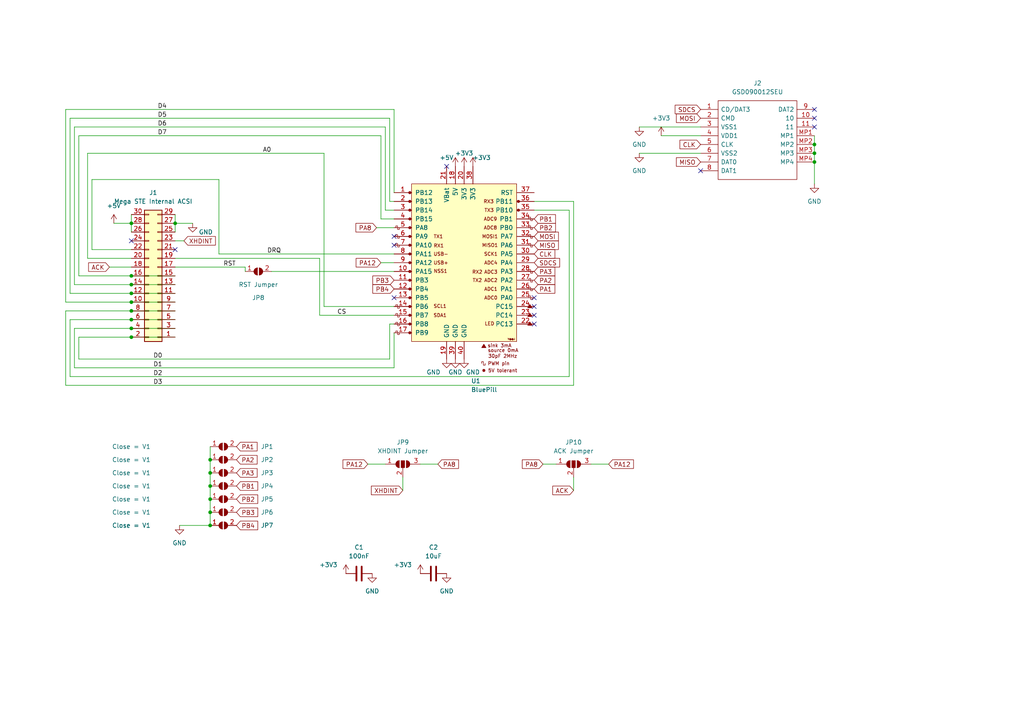
<source format=kicad_sch>
(kicad_sch (version 20211123) (generator eeschema)
  (paper "A4")
  (title_block (title "Atari Mega STE ACSI2STM Internal adapter") (date "2022-01-17") (rev "1.1") (company "SOJAVA"))
  (lib_symbols
    (symbol "Connector_Generic:Conn_02x15_Odd_Even" (pin_names (offset 1.016) hide)
      (property "Reference" "J" (at 1.27 20.32 0))
      (property "Value" "Conn_02x15_Odd_Even" (at 1.27 -20.32 0))
      (symbol "Conn_02x15_Odd_Even_1_1"
        (rectangle (start -1.27 -17.653) (end 0 -17.907) (stroke (width 0.1524)))
        (rectangle (start -1.27 -15.113) (end 0 -15.367) (stroke (width 0.1524)))
        (rectangle (start -1.27 -12.573) (end 0 -12.827) (stroke (width 0.1524)))
        (rectangle (start -1.27 -10.033) (end 0 -10.287) (stroke (width 0.1524)))
        (rectangle (start -1.27 -7.493) (end 0 -7.747) (stroke (width 0.1524)))
        (rectangle (start -1.27 -4.953) (end 0 -5.207) (stroke (width 0.1524)))
        (rectangle (start -1.27 -2.413) (end 0 -2.667) (stroke (width 0.1524)))
        (rectangle (start -1.27 0.127) (end 0 -0.127) (stroke (width 0.1524)))
        (rectangle (start -1.27 2.667) (end 0 2.413) (stroke (width 0.1524)))
        (rectangle (start -1.27 5.207) (end 0 4.953) (stroke (width 0.1524)))
        (rectangle (start -1.27 7.747) (end 0 7.493) (stroke (width 0.1524)))
        (rectangle (start -1.27 10.287) (end 0 10.033) (stroke (width 0.1524)))
        (rectangle (start -1.27 12.827) (end 0 12.573) (stroke (width 0.1524)))
        (rectangle (start -1.27 15.367) (end 0 15.113) (stroke (width 0.1524)))
        (rectangle (start -1.27 17.907) (end 0 17.653) (stroke (width 0.1524)))
        (rectangle (start -1.27 19.05) (end 3.81 -19.05) (stroke (width 0.254)) (fill (type background)))
        (rectangle (start 3.81 -17.653) (end 2.54 -17.907) (stroke (width 0.1524)))
        (rectangle (start 3.81 -15.113) (end 2.54 -15.367) (stroke (width 0.1524)))
        (rectangle (start 3.81 -12.573) (end 2.54 -12.827) (stroke (width 0.1524)))
        (rectangle (start 3.81 -10.033) (end 2.54 -10.287) (stroke (width 0.1524)))
        (rectangle (start 3.81 -7.493) (end 2.54 -7.747) (stroke (width 0.1524)))
        (rectangle (start 3.81 -4.953) (end 2.54 -5.207) (stroke (width 0.1524)))
        (rectangle (start 3.81 -2.413) (end 2.54 -2.667) (stroke (width 0.1524)))
        (rectangle (start 3.81 0.127) (end 2.54 -0.127) (stroke (width 0.1524)))
        (rectangle (start 3.81 2.667) (end 2.54 2.413) (stroke (width 0.1524)))
        (rectangle (start 3.81 5.207) (end 2.54 4.953) (stroke (width 0.1524)))
        (rectangle (start 3.81 7.747) (end 2.54 7.493) (stroke (width 0.1524)))
        (rectangle (start 3.81 10.287) (end 2.54 10.033) (stroke (width 0.1524)))
        (rectangle (start 3.81 12.827) (end 2.54 12.573) (stroke (width 0.1524)))
        (rectangle (start 3.81 15.367) (end 2.54 15.113) (stroke (width 0.1524)))
        (rectangle (start 3.81 17.907) (end 2.54 17.653) (stroke (width 0.1524)))
        (pin passive line (at -5.08 17.78 0) (length 3.81) (name "Pin_1") (number "1"))
        (pin passive line (at 7.62 7.62 180) (length 3.81) (name "Pin_10") (number "10"))
        (pin passive line (at -5.08 5.08 0) (length 3.81) (name "Pin_11") (number "11"))
        (pin passive line (at 7.62 5.08 180) (length 3.81) (name "Pin_12") (number "12"))
        (pin passive line (at -5.08 2.54 0) (length 3.81) (name "Pin_13") (number "13"))
        (pin passive line (at 7.62 2.54 180) (length 3.81) (name "Pin_14") (number "14"))
        (pin passive line (at -5.08 0 0) (length 3.81) (name "Pin_15") (number "15"))
        (pin passive line (at 7.62 0 180) (length 3.81) (name "Pin_16") (number "16"))
        (pin passive line (at -5.08 -2.54 0) (length 3.81) (name "Pin_17") (number "17"))
        (pin passive line (at 7.62 -2.54 180) (length 3.81) (name "Pin_18") (number "18"))
        (pin passive line (at -5.08 -5.08 0) (length 3.81) (name "Pin_19") (number "19"))
        (pin passive line (at 7.62 17.78 180) (length 3.81) (name "Pin_2") (number "2"))
        (pin passive line (at 7.62 -5.08 180) (length 3.81) (name "Pin_20") (number "20"))
        (pin passive line (at -5.08 -7.62 0) (length 3.81) (name "Pin_21") (number "21"))
        (pin passive line (at 7.62 -7.62 180) (length 3.81) (name "Pin_22") (number "22"))
        (pin passive line (at -5.08 -10.16 0) (length 3.81) (name "Pin_23") (number "23"))
        (pin passive line (at 7.62 -10.16 180) (length 3.81) (name "Pin_24") (number "24"))
        (pin passive line (at -5.08 -12.7 0) (length 3.81) (name "Pin_25") (number "25"))
        (pin passive line (at 7.62 -12.7 180) (length 3.81) (name "Pin_26") (number "26"))
        (pin passive line (at -5.08 -15.24 0) (length 3.81) (name "Pin_27") (number "27"))
        (pin passive line (at 7.62 -15.24 180) (length 3.81) (name "Pin_28") (number "28"))
        (pin passive line (at -5.08 -17.78 0) (length 3.81) (name "Pin_29") (number "29"))
        (pin passive line (at -5.08 15.24 0) (length 3.81) (name "Pin_3") (number "3"))
        (pin passive line (at 7.62 -17.78 180) (length 3.81) (name "Pin_30") (number "30"))
        (pin passive line (at 7.62 15.24 180) (length 3.81) (name "Pin_4") (number "4"))
        (pin passive line (at -5.08 12.7 0) (length 3.81) (name "Pin_5") (number "5"))
        (pin passive line (at 7.62 12.7 180) (length 3.81) (name "Pin_6") (number "6"))
        (pin passive line (at -5.08 10.16 0) (length 3.81) (name "Pin_7") (number "7"))
        (pin passive line (at 7.62 10.16 180) (length 3.81) (name "Pin_8") (number "8"))
        (pin passive line (at -5.08 7.62 0) (length 3.81) (name "Pin_9") (number "9"))
      )
    )
    (symbol "Device:C" (pin_numbers hide) (pin_names (offset 0.254))
      (property "Reference" "C" (at 0.635 2.54 0))
      (property "Value" "C" (at 0.635 -2.54 0))
      (symbol "C_0_1"
        (polyline (pts (xy -2.032 -0.762) (xy 2.032 -0.762)) (stroke (width 0.508)))
        (polyline (pts (xy -2.032 0.762) (xy 2.032 0.762)) (stroke (width 0.508)))
      )
      (symbol "C_1_1"
        (pin passive line (at 0 3.81 270) (length 2.794) (name "~") (number "1"))
        (pin passive line (at 0 -3.81 90) (length 2.794) (name "~") (number "2"))
      )
    )
    (symbol "Jumper:SolderJumper_2_Open" (pin_names (offset 0) hide)
      (property "Reference" "JP" (at 0 2.032 0))
      (property "Value" "SolderJumper_2_Open" (at 0 -2.54 0))
      (symbol "SolderJumper_2_Open_0_1"
        (arc (start -0.254 1.016) (mid -1.27 0) (end -0.254 -1.016))
        (arc (start -0.254 1.016) (mid -1.27 0) (end -0.254 -1.016) (fill (type outline)))
        (polyline (pts (xy -0.254 1.016) (xy -0.254 -1.016)))
        (polyline (pts (xy 0.254 1.016) (xy 0.254 -1.016)))
        (arc (start 0.254 -1.016) (mid 1.27 0) (end 0.254 1.016))
        (arc (start 0.254 -1.016) (mid 1.27 0) (end 0.254 1.016) (fill (type outline)))
      )
      (symbol "SolderJumper_2_Open_1_1"
        (pin passive line (at -3.81 0 0) (length 2.54) (name "A") (number "1"))
        (pin passive line (at 3.81 0 180) (length 2.54) (name "B") (number "2"))
      )
    )
    (symbol "Jumper:SolderJumper_3_Open" (pin_names (offset 0) hide)
      (property "Reference" "JP" (at -2.54 -2.54 0))
      (property "Value" "SolderJumper_3_Open" (at 0 2.794 0))
      (symbol "SolderJumper_3_Open_0_1"
        (arc (start -1.016 1.016) (mid -2.032 0) (end -1.016 -1.016))
        (arc (start -1.016 1.016) (mid -2.032 0) (end -1.016 -1.016) (fill (type outline)))
        (rectangle (start -0.508 1.016) (end 0.508 -1.016) (fill (type outline)))
        (polyline (pts (xy -2.54 0) (xy -2.032 0)))
        (polyline (pts (xy -1.016 1.016) (xy -1.016 -1.016)))
        (polyline (pts (xy 0 -1.27) (xy 0 -1.016)))
        (polyline (pts (xy 1.016 1.016) (xy 1.016 -1.016)))
        (polyline (pts (xy 2.54 0) (xy 2.032 0)))
        (arc (start 1.016 -1.016) (mid 2.032 0) (end 1.016 1.016))
        (arc (start 1.016 -1.016) (mid 2.032 0) (end 1.016 1.016) (fill (type outline)))
      )
      (symbol "SolderJumper_3_Open_1_1"
        (pin passive line (at -5.08 0 0) (length 2.54) (name "A") (number "1"))
        (pin input line (at 0 -3.81 90) (length 2.54) (name "C") (number "2"))
        (pin passive line (at 5.08 0 180) (length 2.54) (name "B") (number "3"))
      )
    )
    (symbol "SamacSys_Parts:GSD090012SEU" (pin_names (offset 0.762))
      (property "Reference" "J" (at 29.21 7.62 0))
      (property "Value" "GSD090012SEU" (at 29.21 5.08 0))
      (symbol "GSD090012SEU_0_0"
        (pin passive line (at 0 0 0) (length 5.08) (name "CD/DAT3") (number "1"))
        (pin passive line (at 33.02 -2.54 180) (length 5.08) (name "10") (number "10"))
        (pin passive line (at 33.02 -5.08 180) (length 5.08) (name "11") (number "11"))
        (pin passive line (at 0 -2.54 0) (length 5.08) (name "CMD") (number "2"))
        (pin passive line (at 0 -5.08 0) (length 5.08) (name "VSS1") (number "3"))
        (pin passive line (at 0 -7.62 0) (length 5.08) (name "VDD1") (number "4"))
        (pin passive line (at 0 -10.16 0) (length 5.08) (name "CLK") (number "5"))
        (pin passive line (at 0 -12.7 0) (length 5.08) (name "VSS2") (number "6"))
        (pin passive line (at 0 -15.24 0) (length 5.08) (name "DAT0") (number "7"))
        (pin passive line (at 0 -17.78 0) (length 5.08) (name "DAT1") (number "8"))
        (pin passive line (at 33.02 0 180) (length 5.08) (name "DAT2") (number "9"))
        (pin passive line (at 33.02 -7.62 180) (length 5.08) (name "MP1") (number "MP1"))
        (pin passive line (at 33.02 -10.16 180) (length 5.08) (name "MP2") (number "MP2"))
        (pin passive line (at 33.02 -12.7 180) (length 5.08) (name "MP3") (number "MP3"))
        (pin passive line (at 33.02 -15.24 180) (length 5.08) (name "MP4") (number "MP4"))
      )
      (symbol "GSD090012SEU_0_1"
        (polyline (pts (xy 5.08 2.54) (xy 27.94 2.54) (xy 27.94 -20.32) (xy 5.08 -20.32) (xy 5.08 2.54)) (stroke (width 0.1524)))
      )
    )
    (symbol "YAAJ_BluePill:YAAJ_BluePill" (pin_names (offset 1.016))
      (property "Reference" "U" (at -13.97 24.13 0))
      (property "Value" "YAAJ_BluePill" (at 0 6.35 90))
      (symbol "YAAJ_BluePill_0_0"
        (circle (center -15.748 -20.32) (radius 0.3556) (fill (type outline)))
        (circle (center -15.748 -17.78) (radius 0.3556) (fill (type outline)))
        (circle (center -15.748 -15.24) (radius 0.3556) (fill (type outline)))
        (circle (center -15.748 -12.7) (radius 0.3556) (fill (type outline)))
        (circle (center -15.748 -10.16) (radius 0.3556) (fill (type outline)))
        (circle (center -15.748 -7.62) (radius 0.3556) (fill (type outline)))
        (circle (center -15.748 -5.08) (radius 0.3556) (fill (type outline)))
        (circle (center -15.748 -2.54) (radius 0.3556) (fill (type outline)))
        (circle (center -15.748 0) (radius 0.3556) (fill (type outline)))
        (circle (center -15.748 2.54) (radius 0.3556) (fill (type outline)))
        (circle (center -15.748 5.08) (radius 0.3556) (fill (type outline)))
        (circle (center -15.748 7.62) (radius 0.3556) (fill (type outline)))
        (circle (center -15.748 10.16) (radius 0.3556) (fill (type outline)))
        (circle (center -15.748 12.7) (radius 0.3556) (fill (type outline)))
        (circle (center -15.748 15.24) (radius 0.3556) (fill (type outline)))
        (circle (center -15.748 20.32) (radius 0.3556) (fill (type outline)))
        (polyline (pts (xy 5.08 -24.638) (xy 5.715 -23.622) (xy 6.35 -24.638) (xy 5.08 -24.638) (xy 5.715 -23.749) (xy 6.223 -24.638) (xy 5.207 -24.511) (xy 5.715 -23.876) (xy 6.096 -24.638) (xy 5.334 -24.384) (xy 5.842 -24.003) (xy 5.969 -24.638) (xy 5.461 -24.257) (xy 5.969 -24.13) (xy 5.842 -24.511) (xy 5.588 -24.257) (xy 5.842 -24.384) (xy 5.715 -24.13)))
        (polyline (pts (xy 18.415 -18.161) (xy 19.05 -17.145) (xy 19.685 -18.161) (xy 18.415 -18.161) (xy 19.05 -17.272) (xy 19.558 -18.161) (xy 18.542 -18.034) (xy 19.05 -17.399) (xy 19.431 -18.161) (xy 18.669 -17.907) (xy 19.177 -17.526) (xy 19.304 -18.161) (xy 18.796 -17.78) (xy 19.304 -17.653) (xy 19.177 -18.034) (xy 18.923 -17.78) (xy 19.177 -17.907) (xy 19.05 -17.653)))
        (polyline (pts (xy 18.415 -15.621) (xy 19.05 -14.605) (xy 19.685 -15.621) (xy 18.415 -15.621) (xy 19.05 -14.732) (xy 19.558 -15.621) (xy 18.542 -15.494) (xy 19.05 -14.859) (xy 19.431 -15.621) (xy 18.669 -15.367) (xy 19.177 -14.986) (xy 19.304 -15.621) (xy 18.796 -15.24) (xy 19.304 -15.113) (xy 19.177 -15.494) (xy 18.923 -15.24) (xy 19.177 -15.367) (xy 19.05 -15.113)))
        (polyline (pts (xy 18.415 -13.081) (xy 19.05 -12.065) (xy 19.685 -13.081) (xy 18.415 -13.081) (xy 19.05 -12.192) (xy 19.558 -13.081) (xy 18.542 -12.954) (xy 19.05 -12.319) (xy 19.431 -13.081) (xy 18.669 -12.827) (xy 19.177 -12.446) (xy 19.304 -13.081) (xy 18.796 -12.7) (xy 19.304 -12.573) (xy 19.177 -12.954) (xy 18.923 -12.7) (xy 19.177 -12.827) (xy 19.05 -12.573)))
        (circle (center 5.715 -31.242) (radius 0.127) (fill (type outline)))
        (circle (center 5.715 -31.242) (radius 0.254))
        (circle (center 5.715 -31.242) (radius 0.3556))
        (circle (center 15.748 15.24) (radius 0.254) (fill (type outline)))
        (circle (center 15.748 15.24) (radius 0.3556))
        (circle (center 15.748 17.78) (radius 0.254) (fill (type outline)))
        (circle (center 15.748 17.78) (radius 0.3556))
        (text "30pF 2MHz" (at 11.176 -27.051 0) (effects (font (size 0.9906 0.9906))))
        (text "5V tolerant" (at 11.176 -31.242 0) (effects (font (size 0.9906 0.9906))))
        (text "ADC0" (at 7.747 -10.16 0) (effects (font (size 0.9906 0.9906))))
        (text "ADC1" (at 7.747 -7.62 0) (effects (font (size 0.9906 0.9906))))
        (text "ADC2" (at 7.747 -5.08 0) (effects (font (size 0.9906 0.9906))))
        (text "ADC3" (at 7.747 -2.667 0) (effects (font (size 0.9906 0.9906))))
        (text "ADC4" (at 7.747 0 0) (effects (font (size 0.9906 0.9906))))
        (text "ADC8" (at 7.62 10.16 0) (effects (font (size 0.9906 0.9906))))
        (text "ADC9" (at 7.62 12.7 0) (effects (font (size 0.9906 0.9906))))
        (text "LED" (at 7.366 -17.653 0) (effects (font (size 0.9906 0.9906))))
        (text "MISO1" (at 7.493 5.08 0) (effects (font (size 0.9906 0.9906))))
        (text "MOSI1" (at 7.493 7.62 0) (effects (font (size 0.9906 0.9906))))
        (text "NSS1" (at -6.858 -2.413 0) (effects (font (size 0.9906 0.9906))))
        (text "PWM pin" (at 10.033 -29.21 0) (effects (font (size 0.9906 0.9906))))
        (text "RX1" (at -7.366 4.953 0) (effects (font (size 0.9906 0.9906))))
        (text "RX2" (at 3.81 -2.667 0) (effects (font (size 0.9906 0.9906))))
        (text "RX3" (at 7.112 17.78 0) (effects (font (size 0.9906 0.9906))))
        (text "SCK1" (at 7.747 2.54 0) (effects (font (size 0.9906 0.9906))))
        (text "SCL1" (at -6.985 -12.573 0) (effects (font (size 0.9906 0.9906))))
        (text "SDA1" (at -6.985 -15.24 0) (effects (font (size 0.9906 0.9906))))
        (text "sink 3mA" (at 10.287 -24.003 0) (effects (font (size 0.9906 0.9906))))
        (text "source 0mA" (at 11.303 -25.4 0) (effects (font (size 0.9906 0.9906))))
        (text "TX1" (at -7.493 7.62 0) (effects (font (size 0.9906 0.9906))))
        (text "TX2" (at 3.81 -5.08 0) (effects (font (size 0.9906 0.9906))))
        (text "TX3" (at 7.239 15.24 0) (effects (font (size 0.9906 0.9906))))
        (text "USB+" (at -6.731 0 0) (effects (font (size 0.9906 0.9906))))
        (text "USB-" (at -6.731 2.54 0) (effects (font (size 0.9906 0.9906))))
        (text "Y@@J" (at 13.6906 -22.1488 0) (effects (font (size 0.508 0.508))))
      )
      (symbol "YAAJ_BluePill_0_1"
        (rectangle (start -15.24 22.86) (end 15.24 -22.86) (fill (type background)))
        (polyline (pts (xy -18.796 -20.32) (xy -18.796 -20.828) (xy -19.304 -20.828) (xy -19.304 -19.812) (xy -19.812 -19.812) (xy -19.812 -20.32)))
        (polyline (pts (xy -18.796 -17.78) (xy -18.796 -18.288) (xy -19.304 -18.288) (xy -19.304 -17.272) (xy -19.812 -17.272) (xy -19.812 -17.78)))
        (polyline (pts (xy -18.796 -15.24) (xy -18.796 -15.748) (xy -19.304 -15.748) (xy -19.304 -14.732) (xy -19.812 -14.732) (xy -19.812 -15.24)))
        (polyline (pts (xy -18.796 -12.7) (xy -18.796 -13.208) (xy -19.304 -13.208) (xy -19.304 -12.192) (xy -19.812 -12.192) (xy -19.812 -12.7)))
        (polyline (pts (xy -18.796 5.08) (xy -18.796 4.572) (xy -19.304 4.572) (xy -19.304 5.588) (xy -19.812 5.588) (xy -19.812 5.08)))
        (polyline (pts (xy -18.796 7.62) (xy -18.796 7.112) (xy -19.304 7.112) (xy -19.304 8.128) (xy -19.812 8.128) (xy -19.812 7.62)))
        (polyline (pts (xy -18.796 10.16) (xy -18.796 9.652) (xy -19.304 9.652) (xy -19.304 10.668) (xy -19.812 10.668) (xy -19.812 10.16)))
        (polyline (pts (xy 6.096 -29.21) (xy 6.096 -29.718) (xy 5.588 -29.718) (xy 5.588 -28.702) (xy 5.08 -28.702) (xy 5.08 -29.21)))
        (polyline (pts (xy 19.812 -10.16) (xy 19.812 -10.668) (xy 19.304 -10.668) (xy 19.304 -9.652) (xy 18.796 -9.652) (xy 18.796 -10.16)))
        (polyline (pts (xy 19.812 -7.62) (xy 19.812 -8.128) (xy 19.304 -8.128) (xy 19.304 -7.112) (xy 18.796 -7.112) (xy 18.796 -7.62)))
        (polyline (pts (xy 19.812 -5.08) (xy 19.812 -5.588) (xy 19.304 -5.588) (xy 19.304 -4.572) (xy 18.796 -4.572) (xy 18.796 -5.08)))
        (polyline (pts (xy 19.812 -2.54) (xy 19.812 -3.048) (xy 19.304 -3.048) (xy 19.304 -2.032) (xy 18.796 -2.032) (xy 18.796 -2.54)))
        (polyline (pts (xy 19.812 5.08) (xy 19.812 4.572) (xy 19.304 4.572) (xy 19.304 5.588) (xy 18.796 5.588) (xy 18.796 5.08)))
        (polyline (pts (xy 19.812 7.62) (xy 19.812 7.112) (xy 19.304 7.112) (xy 19.304 8.128) (xy 18.796 8.128) (xy 18.796 7.62)))
        (polyline (pts (xy 19.812 10.16) (xy 19.812 9.652) (xy 19.304 9.652) (xy 19.304 10.668) (xy 18.796 10.668) (xy 18.796 10.16)))
        (polyline (pts (xy 19.812 12.7) (xy 19.812 12.192) (xy 19.304 12.192) (xy 19.304 13.208) (xy 18.796 13.208) (xy 18.796 12.7)))
      )
      (symbol "YAAJ_BluePill_1_1"
        (circle (center -15.748 17.78) (radius 0.3556) (fill (type outline)))
        (pin bidirectional line (at -20.32 20.32 0) (length 5.08) (name "PB12") (number "1"))
        (pin bidirectional line (at -20.32 -2.54 0) (length 5.08) (name "PA15") (number "10"))
        (pin bidirectional line (at -20.32 -5.08 0) (length 5.08) (name "PB3") (number "11"))
        (pin bidirectional line (at -20.32 -7.62 0) (length 5.08) (name "PB4") (number "12"))
        (pin bidirectional line (at -20.32 -10.16 0) (length 5.08) (name "PB5") (number "13"))
        (pin bidirectional line (at -20.32 -12.7 0) (length 5.08) (name "PB6") (number "14"))
        (pin bidirectional line (at -20.32 -15.24 0) (length 5.08) (name "PB7") (number "15"))
        (pin bidirectional line (at -20.32 -17.78 0) (length 5.08) (name "PB8") (number "16"))
        (pin bidirectional line (at -20.32 -20.32 0) (length 5.08) (name "PB9") (number "17"))
        (pin power_in line (at -2.54 27.94 270) (length 5.08) (name "5V") (number "18"))
        (pin power_in line (at -5.08 -27.94 90) (length 5.08) (name "GND") (number "19"))
        (pin bidirectional line (at -20.32 17.78 0) (length 5.08) (name "PB13") (number "2"))
        (pin power_in line (at 0 27.94 270) (length 5.08) (name "3V3") (number "20"))
        (pin power_in line (at -5.08 27.94 270) (length 5.08) (name "VBat") (number "21"))
        (pin bidirectional line (at 20.32 -17.78 180) (length 5.08) (name "PC13") (number "22"))
        (pin bidirectional line (at 20.32 -15.24 180) (length 5.08) (name "PC14") (number "23"))
        (pin bidirectional line (at 20.32 -12.7 180) (length 5.08) (name "PC15") (number "24"))
        (pin bidirectional line (at 20.32 -10.16 180) (length 5.08) (name "PA0") (number "25"))
        (pin bidirectional line (at 20.32 -7.62 180) (length 5.08) (name "PA1") (number "26"))
        (pin bidirectional line (at 20.32 -5.08 180) (length 5.08) (name "PA2") (number "27"))
        (pin bidirectional line (at 20.32 -2.54 180) (length 5.08) (name "PA3") (number "28"))
        (pin bidirectional line (at 20.32 0 180) (length 5.08) (name "PA4") (number "29"))
        (pin bidirectional line (at -20.32 15.24 0) (length 5.08) (name "PB14") (number "3"))
        (pin bidirectional line (at 20.32 2.54 180) (length 5.08) (name "PA5") (number "30"))
        (pin bidirectional line (at 20.32 5.08 180) (length 5.08) (name "PA6") (number "31"))
        (pin bidirectional line (at 20.32 7.62 180) (length 5.08) (name "PA7") (number "32"))
        (pin bidirectional line (at 20.32 10.16 180) (length 5.08) (name "PB0") (number "33"))
        (pin bidirectional line (at 20.32 12.7 180) (length 5.08) (name "PB1") (number "34"))
        (pin bidirectional line (at 20.32 15.24 180) (length 5.08) (name "PB10") (number "35"))
        (pin bidirectional line (at 20.32 17.78 180) (length 5.08) (name "PB11") (number "36"))
        (pin input line (at 20.32 20.32 180) (length 5.08) (name "RST") (number "37"))
        (pin power_in line (at 2.54 27.94 270) (length 5.08) (name "3V3") (number "38"))
        (pin power_in line (at -2.54 -27.94 90) (length 5.08) (name "GND") (number "39"))
        (pin bidirectional line (at -20.32 12.7 0) (length 5.08) (name "PB15") (number "4"))
        (pin power_in line (at 0 -27.94 90) (length 5.08) (name "GND") (number "40"))
        (pin bidirectional line (at -20.32 10.16 0) (length 5.08) (name "PA8") (number "5"))
        (pin bidirectional line (at -20.32 7.62 0) (length 5.08) (name "PA9") (number "6"))
        (pin bidirectional line (at -20.32 5.08 0) (length 5.08) (name "PA10") (number "7"))
        (pin bidirectional line (at -20.32 2.54 0) (length 5.08) (name "PA11") (number "8"))
        (pin bidirectional line (at -20.32 0 0) (length 5.08) (name "PA12") (number "9"))
      )
    )
    (symbol "power:+3V3" (power) (pin_names (offset 0))
      (property "Value" "+3V3" (at 0 3.556 0))
      (symbol "+3V3_0_1"
        (polyline (pts (xy -0.762 1.27) (xy 0 2.54)))
        (polyline (pts (xy 0 0) (xy 0 2.54)))
        (polyline (pts (xy 0 2.54) (xy 0.762 1.27)))
      )
      (symbol "+3V3_1_1"
        (pin power_in line (at 0 0 90) (length 0) hide (name "+3V3") (number "1"))
      )
    )
    (symbol "power:+5V" (power) (pin_names (offset 0))
      (property "Value" "+5V" (at 0 3.556 0))
      (symbol "+5V_0_1"
        (polyline (pts (xy -0.762 1.27) (xy 0 2.54)))
        (polyline (pts (xy 0 0) (xy 0 2.54)))
        (polyline (pts (xy 0 2.54) (xy 0.762 1.27)))
      )
      (symbol "+5V_1_1"
        (pin power_in line (at 0 0 90) (length 0) hide (name "+5V") (number "1"))
      )
    )
    (symbol "power:GND" (power) (pin_names (offset 0))
      (property "Value" "GND" (at 0 -3.81 0))
      (symbol "GND_0_1"
        (polyline (pts (xy 0 0) (xy 0 -1.27) (xy 1.27 -1.27) (xy 0 -2.54) (xy -1.27 -1.27) (xy 0 -1.27)))
      )
      (symbol "GND_1_1"
        (pin power_in line (at 0 0 270) (length 0) hide (name "GND") (number "1"))
      )
    )
  )
  (junction (at 60.96 152.4))
  (junction (at 38.1 95.25))
  (junction (at 38.1 92.71))
  (junction (at 60.96 133.35))
  (junction (at 38.1 97.79))
  (junction (at 236.22 46.99))
  (junction (at 60.96 140.97))
  (junction (at 50.8 64.77))
  (junction (at 60.96 148.59))
  (junction (at 60.96 137.16))
  (junction (at 236.22 44.45))
  (junction (at 236.22 41.91))
  (junction (at 38.1 82.55))
  (junction (at 60.96 144.78))
  (junction (at 38.1 87.63))
  (junction (at 38.1 64.77))
  (junction (at 38.1 90.17))
  (junction (at 38.1 80.01))
  (junction (at 38.1 85.09))
  (no_connect (at 236.22 34.29))
  (no_connect (at 236.22 36.83))
  (no_connect (at 114.3 68.58))
  (no_connect (at 114.3 71.12))
  (no_connect (at 114.3 86.36))
  (no_connect (at 154.94 93.98))
  (no_connect (at 154.94 86.36))
  (no_connect (at 154.94 88.9))
  (no_connect (at 154.94 91.44))
  (no_connect (at 129.54 48.26))
  (no_connect (at 203.2 49.53))
  (no_connect (at 236.22 31.75))
  (no_connect (at 38.1 69.85))
  (no_connect (at 50.8 72.39))
  (wire (pts (xy 154.94 58.42) (xy 166.37 58.42)))
  (wire (pts (xy 26.67 72.39) (xy 38.1 72.39)))
  (wire (pts (xy 60.96 133.35) (xy 60.96 137.16)))
  (wire (pts (xy 19.05 87.63) (xy 38.1 87.63)))
  (wire (pts (xy 114.3 73.66) (xy 63.5 73.66)))
  (wire (pts (xy 111.76 60.96) (xy 111.76 36.83)))
  (wire (pts (xy 60.96 129.54) (xy 60.96 133.35)))
  (wire (pts (xy 236.22 41.91) (xy 236.22 44.45)))
  (wire (pts (xy 60.96 137.16) (xy 60.96 140.97)))
  (wire (pts (xy 113.03 58.42) (xy 114.3 58.42)))
  (wire (pts (xy 114.3 88.9) (xy 93.98 88.9)))
  (wire (pts (xy 191.77 39.37) (xy 203.2 39.37)))
  (wire (pts (xy 110.49 76.2) (xy 114.3 76.2)))
  (wire (pts (xy 236.22 46.99) (xy 236.22 53.34)))
  (wire (pts (xy 113.03 93.98) (xy 113.03 104.14)))
  (wire (pts (xy 93.98 44.45) (xy 25.4 44.45)))
  (wire (pts (xy 71.12 77.47) (xy 71.12 78.74)))
  (wire (pts (xy 166.37 58.42) (xy 166.37 111.76)))
  (wire (pts (xy 38.1 87.63) (xy 50.8 87.63)))
  (wire (pts (xy 19.05 31.75) (xy 19.05 87.63)))
  (wire (pts (xy 21.59 106.68) (xy 21.59 95.25)))
  (wire (pts (xy 113.03 34.29) (xy 113.03 58.42)))
  (wire (pts (xy 50.8 74.93) (xy 92.71 74.93)))
  (wire (pts (xy 114.3 96.52) (xy 114.3 106.68)))
  (wire (pts (xy 21.59 95.25) (xy 38.1 95.25)))
  (wire (pts (xy 60.96 144.78) (xy 60.96 148.59)))
  (wire (pts (xy 38.1 95.25) (xy 50.8 95.25)))
  (wire (pts (xy 20.32 34.29) (xy 20.32 85.09)))
  (wire (pts (xy 121.92 134.62) (xy 127 134.62)))
  (wire (pts (xy 165.1 109.22) (xy 20.32 109.22)))
  (wire (pts (xy 60.96 140.97) (xy 60.96 144.78)))
  (wire (pts (xy 31.75 77.47) (xy 38.1 77.47)))
  (wire (pts (xy 19.05 31.75) (xy 114.3 31.75)))
  (wire (pts (xy 166.37 111.76) (xy 19.05 111.76)))
  (wire (pts (xy 20.32 85.09) (xy 38.1 85.09)))
  (wire (pts (xy 93.98 88.9) (xy 93.98 44.45)))
  (wire (pts (xy 21.59 36.83) (xy 21.59 82.55)))
  (wire (pts (xy 19.05 111.76) (xy 19.05 90.17)))
  (wire (pts (xy 26.67 52.07) (xy 26.67 72.39)))
  (wire (pts (xy 22.86 97.79) (xy 38.1 97.79)))
  (wire (pts (xy 113.03 104.14) (xy 22.86 104.14)))
  (wire (pts (xy 185.42 36.83) (xy 203.2 36.83)))
  (wire (pts (xy 111.76 36.83) (xy 21.59 36.83)))
  (wire (pts (xy 19.05 90.17) (xy 38.1 90.17)))
  (wire (pts (xy 21.59 82.55) (xy 38.1 82.55)))
  (wire (pts (xy 38.1 80.01) (xy 50.8 80.01)))
  (wire (pts (xy 63.5 52.07) (xy 26.67 52.07)))
  (wire (pts (xy 22.86 104.14) (xy 22.86 97.79)))
  (wire (pts (xy 114.3 60.96) (xy 111.76 60.96)))
  (wire (pts (xy 116.84 138.43) (xy 116.84 142.24)))
  (wire (pts (xy 38.1 64.77) (xy 38.1 67.31)))
  (wire (pts (xy 171.45 134.62) (xy 176.53 134.62)))
  (wire (pts (xy 25.4 74.93) (xy 38.1 74.93)))
  (wire (pts (xy 25.4 44.45) (xy 25.4 74.93)))
  (wire (pts (xy 38.1 85.09) (xy 50.8 85.09)))
  (wire (pts (xy 106.68 134.62) (xy 111.76 134.62)))
  (wire (pts (xy 20.32 92.71) (xy 38.1 92.71)))
  (wire (pts (xy 38.1 92.71) (xy 50.8 92.71)))
  (wire (pts (xy 236.22 44.45) (xy 236.22 46.99)))
  (wire (pts (xy 114.3 106.68) (xy 21.59 106.68)))
  (wire (pts (xy 50.8 64.77) (xy 55.88 64.77)))
  (wire (pts (xy 38.1 82.55) (xy 50.8 82.55)))
  (wire (pts (xy 38.1 90.17) (xy 50.8 90.17)))
  (wire (pts (xy 50.8 77.47) (xy 71.12 77.47)))
  (wire (pts (xy 33.02 64.77) (xy 38.1 64.77)))
  (wire (pts (xy 109.22 66.04) (xy 114.3 66.04)))
  (wire (pts (xy 92.71 91.44) (xy 114.3 91.44)))
  (wire (pts (xy 114.3 78.74) (xy 78.74 78.74)))
  (wire (pts (xy 20.32 34.29) (xy 113.03 34.29)))
  (wire (pts (xy 52.07 152.4) (xy 60.96 152.4)))
  (wire (pts (xy 166.37 138.43) (xy 166.37 142.24)))
  (wire (pts (xy 114.3 93.98) (xy 113.03 93.98)))
  (wire (pts (xy 38.1 97.79) (xy 50.8 97.79)))
  (wire (pts (xy 60.96 148.59) (xy 60.96 152.4)))
  (wire (pts (xy 50.8 62.23) (xy 50.8 64.77)))
  (wire (pts (xy 185.42 44.45) (xy 203.2 44.45)))
  (wire (pts (xy 114.3 31.75) (xy 114.3 55.88)))
  (wire (pts (xy 114.3 63.5) (xy 110.49 63.5)))
  (wire (pts (xy 236.22 39.37) (xy 236.22 41.91)))
  (wire (pts (xy 22.86 39.37) (xy 22.86 80.01)))
  (wire (pts (xy 154.94 60.96) (xy 165.1 60.96)))
  (wire (pts (xy 50.8 69.85) (xy 53.34 69.85)))
  (wire (pts (xy 63.5 73.66) (xy 63.5 52.07)))
  (wire (pts (xy 92.71 91.44) (xy 92.71 74.93)))
  (wire (pts (xy 165.1 60.96) (xy 165.1 109.22)))
  (wire (pts (xy 22.86 80.01) (xy 38.1 80.01)))
  (wire (pts (xy 38.1 62.23) (xy 38.1 64.77)))
  (wire (pts (xy 157.48 134.62) (xy 161.29 134.62)))
  (wire (pts (xy 50.8 64.77) (xy 50.8 67.31)))
  (wire (pts (xy 110.49 39.37) (xy 22.86 39.37)))
  (wire (pts (xy 110.49 63.5) (xy 110.49 39.37)))
  (wire (pts (xy 20.32 109.22) (xy 20.32 92.71)))
  (label "D4" (at 45.72 31.75 0))
  (label "DRQ" (at 77.47 73.66 0))
  (label "A0" (at 76.2 44.45 0))
  (label "D6" (at 45.72 36.83 0))
  (label "D2" (at 44.45 109.22 0))
  (label "CS" (at 97.79 91.44 0))
  (label "D7" (at 45.72 39.37 0))
  (label "D0" (at 44.45 104.14 0))
  (label "D3" (at 44.45 111.76 0))
  (label "D1" (at 44.45 106.68 0))
  (label "D5" (at 45.72 34.29 0))
  (label "RST" (at 64.77 77.47 0))
  (global_label "SDCS" (shape input) (at 154.94 76.2 0) (property "Intersheet References" "${INTERSHEET_REFS}" (effects hide)))
  (global_label "PB1" (shape input) (at 68.58 140.97 0) (property "Intersheet References" "${INTERSHEET_REFS}" (effects hide)))
  (global_label "PB2" (shape input) (at 154.94 66.04 0) (property "Intersheet References" "${INTERSHEET_REFS}" (effects hide)))
  (global_label "PB3" (shape input) (at 114.3 81.28 180) (property "Intersheet References" "${INTERSHEET_REFS}" (effects hide)))
  (global_label "ACK" (shape input) (at 166.37 142.24 180) (property "Intersheet References" "${INTERSHEET_REFS}" (effects hide)))
  (global_label "PB1" (shape input) (at 154.94 63.5 0) (property "Intersheet References" "${INTERSHEET_REFS}" (effects hide)))
  (global_label "PA1" (shape input) (at 154.94 83.82 0) (property "Intersheet References" "${INTERSHEET_REFS}" (effects hide)))
  (global_label "MISO" (shape input) (at 154.94 71.12 0) (property "Intersheet References" "${INTERSHEET_REFS}" (effects hide)))
  (global_label "MOSI" (shape input) (at 203.2 34.29 180) (property "Intersheet References" "${INTERSHEET_REFS}" (effects hide)))
  (global_label "PB3" (shape input) (at 68.58 148.59 0) (property "Intersheet References" "${INTERSHEET_REFS}" (effects hide)))
  (global_label "MOSI" (shape input) (at 154.94 68.58 0) (property "Intersheet References" "${INTERSHEET_REFS}" (effects hide)))
  (global_label "CLK" (shape input) (at 203.2 41.91 180) (property "Intersheet References" "${INTERSHEET_REFS}" (effects hide)))
  (global_label "PA12" (shape input) (at 176.53 134.62 0) (property "Intersheet References" "${INTERSHEET_REFS}" (effects hide)))
  (global_label "CLK" (shape input) (at 154.94 73.66 0) (property "Intersheet References" "${INTERSHEET_REFS}" (effects hide)))
  (global_label "PA2" (shape input) (at 154.94 81.28 0) (property "Intersheet References" "${INTERSHEET_REFS}" (effects hide)))
  (global_label "PA12" (shape input) (at 106.68 134.62 180) (property "Intersheet References" "${INTERSHEET_REFS}" (effects hide)))
  (global_label "PA8" (shape input) (at 109.22 66.04 180) (property "Intersheet References" "${INTERSHEET_REFS}" (effects hide)))
  (global_label "PA1" (shape input) (at 68.58 129.54 0) (property "Intersheet References" "${INTERSHEET_REFS}" (effects hide)))
  (global_label "PA3" (shape input) (at 154.94 78.74 0) (property "Intersheet References" "${INTERSHEET_REFS}" (effects hide)))
  (global_label "SDCS" (shape input) (at 203.2 31.75 180) (property "Intersheet References" "${INTERSHEET_REFS}" (effects hide)))
  (global_label "PB4" (shape input) (at 114.3 83.82 180) (property "Intersheet References" "${INTERSHEET_REFS}" (effects hide)))
  (global_label "PA8" (shape input) (at 157.48 134.62 180) (property "Intersheet References" "${INTERSHEET_REFS}" (effects hide)))
  (global_label "PB4" (shape input) (at 68.58 152.4 0) (property "Intersheet References" "${INTERSHEET_REFS}" (effects hide)))
  (global_label "PA3" (shape input) (at 68.58 137.16 0) (property "Intersheet References" "${INTERSHEET_REFS}" (effects hide)))
  (global_label "ACK" (shape input) (at 31.75 77.47 180) (property "Intersheet References" "${INTERSHEET_REFS}" (effects hide)))
  (global_label "PB2" (shape input) (at 68.58 144.78 0) (property "Intersheet References" "${INTERSHEET_REFS}" (effects hide)))
  (global_label "PA8" (shape input) (at 127 134.62 0) (property "Intersheet References" "${INTERSHEET_REFS}" (effects hide)))
  (global_label "XHDINT" (shape input) (at 53.34 69.85 0) (property "Intersheet References" "${INTERSHEET_REFS}" (effects hide)))
  (global_label "MISO" (shape input) (at 203.2 46.99 180) (property "Intersheet References" "${INTERSHEET_REFS}" (effects hide)))
  (global_label "XHDINT" (shape input) (at 116.84 142.24 180) (property "Intersheet References" "${INTERSHEET_REFS}" (effects hide)))
  (global_label "PA2" (shape input) (at 68.58 133.35 0) (property "Intersheet References" "${INTERSHEET_REFS}" (effects hide)))
  (global_label "PA12" (shape input) (at 110.49 76.2 180) (property "Intersheet References" "${INTERSHEET_REFS}" (effects hide)))
  (symbol (lib_id "YAAJ_BluePill:YAAJ_BluePill") (at 134.62 76.2 0) (unit 1)
    (property "Reference" "U1" (at 136.6394 110.49 0) (effects (justify left)))
    (property "Value" "BluePill" (at 136.6394 113.03 0) (effects (justify left)))
    (property "Footprint" "footprints:YAAJ_BluePill_1" (effects hide))
  )
  (symbol (lib_id "SamacSys_Parts:GSD090012SEU") (at 203.2 31.75 0) (unit 1)
    (property "Reference" "J2" (at 219.71 24.13 0))
    (property "Value" "GSD090012SEU" (at 219.71 26.67 0))
    (property "Footprint" "SamacSys_Parts:GSD090012SEU" (effects hide))
    (property "Datasheet" "https://cdn.amphenol-icc.com/media/wysiwyg/files/drawing/gsd09001xseu.pdf" (effects hide))
    (property "Description" "Memory Card Connectors SD CARD CONNECTOR 9 POS, SMT" (effects hide))
    (property "Height" "3.15" (effects hide))
    (property "Mouser Part Number" "523-GSD090012SEU" (effects hide))
    (property "Mouser Price/Stock" "https://www.mouser.co.uk/ProductDetail/Amphenol-Commercial-Products/GSD090012SEU?qs=tRxQeHRxj%252BXvWoySYux1gA%3D%3D" (effects hide))
    (property "Manufacturer_Name" "Amphenol" (effects hide))
    (property "Manufacturer_Part_Number" "GSD090012SEU" (effects hide))
  )
  (symbol (lib_id "Jumper:SolderJumper_2_Open") (at 64.77 133.35 0) (unit 1)
    (property "Reference" "JP2" (at 77.47 133.35 0))
    (property "Value" "Close = V1" (at 38.1 133.35 0))
    (property "Footprint" "Jumper:SolderJumper-2_P1.3mm_Open_Pad1.0x1.5mm" (effects hide))
  )
  (symbol (lib_id "power:GND") (at 55.88 64.77 0) (unit 1)
    (property "Reference" "#PWR03" (effects hide))
    (property "Value" "GND" (at 59.69 67.31 0))
  )
  (symbol (lib_id "power:+5V") (at 132.08 48.26 0) (unit 1)
    (property "Reference" "#PWR09" (effects hide))
    (property "Value" "+5V" (at 129.54 45.72 0))
  )
  (symbol (lib_id "power:+3V3") (at 137.16 48.26 0) (unit 1)
    (property "Reference" "#PWR013" (effects hide))
    (property "Value" "+3V3" (at 139.7 45.72 0))
  )
  (symbol (lib_id "power:GND") (at 236.22 53.34 0) (unit 1)
    (property "Reference" "#PWR017" (effects hide))
    (property "Value" "GND" (at 236.22 58.42 0))
  )
  (symbol (lib_id "power:GND") (at 52.07 152.4 0) (unit 1)
    (property "Reference" "#PWR02" (effects hide))
    (property "Value" "GND" (at 52.07 157.48 0))
  )
  (symbol (lib_id "Jumper:SolderJumper_2_Open") (at 64.77 152.4 0) (unit 1)
    (property "Reference" "JP7" (at 77.47 152.4 0))
    (property "Value" "Close = V1" (at 38.1 152.4 0))
    (property "Footprint" "Jumper:SolderJumper-2_P1.3mm_Open_Pad1.0x1.5mm" (effects hide))
  )
  (symbol (lib_id "Jumper:SolderJumper_2_Open") (at 64.77 129.54 0) (unit 1)
    (property "Reference" "JP1" (at 77.47 129.54 0))
    (property "Value" "Close = V1" (at 38.1 129.54 0))
    (property "Footprint" "Jumper:SolderJumper-2_P1.3mm_Open_Pad1.0x1.5mm" (effects hide))
  )
  (symbol (lib_id "Connector_Generic:Conn_02x15_Odd_Even") (at 45.72 80.01 180) (unit 1)
    (property "Reference" "J1" (at 44.45 55.88 0))
    (property "Value" "Mega STE Internal ACSI" (at 44.45 58.42 0))
    (property "Footprint" "Connector_PinSocket_2.54mm:PinSocket_2x15_P2.54mm_Vertical" (effects hide))
  )
  (symbol (lib_id "Device:C") (at 104.14 166.37 90) (unit 1)
    (property "Reference" "C1" (at 104.14 158.75 90))
    (property "Value" "100nF" (at 104.14 161.29 90))
    (property "Footprint" "Capacitor_THT:C_Disc_D4.3mm_W1.9mm_P5.00mm" (effects hide))
  )
  (symbol (lib_id "power:+3V3") (at 191.77 39.37 0) (unit 1)
    (property "Reference" "#PWR016" (effects hide))
    (property "Value" "+3V3" (at 191.77 34.29 0))
  )
  (symbol (lib_id "power:GND") (at 185.42 36.83 0) (unit 1)
    (property "Reference" "#PWR014" (effects hide))
    (property "Value" "GND" (at 185.42 41.91 0))
  )
  (symbol (lib_id "Jumper:SolderJumper_2_Open") (at 74.93 78.74 0) (unit 1)
    (property "Reference" "JP8" (at 74.93 86.36 0))
    (property "Value" "RST Jumper" (at 74.93 82.55 0))
    (property "Footprint" "Jumper:SolderJumper-2_P1.3mm_Open_RoundedPad1.0x1.5mm" (effects hide))
  )
  (symbol (lib_id "power:+3V3") (at 134.62 48.26 0) (unit 1)
    (property "Reference" "#PWR011" (effects hide))
    (property "Value" "+3V3" (at 134.62 44.45 0))
  )
  (symbol (lib_id "power:GND") (at 132.08 104.14 0) (unit 1)
    (property "Reference" "#PWR010" (effects hide))
    (property "Value" "GND" (at 132.08 107.95 0))
  )
  (symbol (lib_id "power:+5V") (at 33.02 64.77 0) (unit 1)
    (property "Reference" "#PWR01" (effects hide))
    (property "Value" "+5V" (at 33.02 59.69 0))
  )
  (symbol (lib_id "power:GND") (at 129.54 166.37 0) (unit 1)
    (property "Reference" "#PWR08" (effects hide))
    (property "Value" "GND" (at 129.54 171.45 0))
  )
  (symbol (lib_id "power:GND") (at 107.95 166.37 0) (unit 1)
    (property "Reference" "#PWR05" (effects hide))
    (property "Value" "GND" (at 107.95 171.45 0))
  )
  (symbol (lib_id "power:GND") (at 129.54 104.14 0) (unit 1)
    (property "Reference" "#PWR07" (effects hide))
    (property "Value" "GND" (at 125.73 107.95 0))
  )
  (symbol (lib_id "power:GND") (at 134.62 104.14 0) (unit 1)
    (property "Reference" "#PWR012" (effects hide))
    (property "Value" "GND" (at 137.16 107.95 0))
  )
  (symbol (lib_id "power:+3V3") (at 121.92 166.37 0) (unit 1)
    (property "Reference" "#PWR06" (effects hide))
    (property "Value" "+3V3" (at 116.84 163.83 0))
  )
  (symbol (lib_id "power:GND") (at 185.42 44.45 0) (unit 1)
    (property "Reference" "#PWR015" (effects hide))
    (property "Value" "GND" (at 185.42 49.53 0))
  )
  (symbol (lib_id "Jumper:SolderJumper_3_Open") (at 116.84 134.62 0) (unit 1)
    (property "Reference" "JP9" (at 116.84 128.27 0))
    (property "Value" "XHDINT Jumper" (at 116.84 130.81 0))
    (property "Footprint" "Jumper:SolderJumper-3_P1.3mm_Open_RoundedPad1.0x1.5mm" (effects hide))
  )
  (symbol (lib_id "power:+3V3") (at 100.33 166.37 0) (unit 1)
    (property "Reference" "#PWR04" (effects hide))
    (property "Value" "+3V3" (at 95.25 163.83 0))
  )
  (symbol (lib_id "Jumper:SolderJumper_2_Open") (at 64.77 148.59 0) (unit 1)
    (property "Reference" "JP6" (at 77.47 148.59 0))
    (property "Value" "Close = V1" (at 38.1 148.59 0))
    (property "Footprint" "Jumper:SolderJumper-2_P1.3mm_Open_Pad1.0x1.5mm" (effects hide))
  )
  (symbol (lib_id "Jumper:SolderJumper_2_Open") (at 64.77 144.78 0) (unit 1)
    (property "Reference" "JP5" (at 77.47 144.78 0))
    (property "Value" "Close = V1" (at 38.1 144.78 0))
    (property "Footprint" "Jumper:SolderJumper-2_P1.3mm_Open_Pad1.0x1.5mm" (effects hide))
  )
  (symbol (lib_id "Jumper:SolderJumper_3_Open") (at 166.37 134.62 0) (unit 1)
    (property "Reference" "JP10" (at 166.37 128.27 0))
    (property "Value" "ACK Jumper" (at 166.37 130.81 0))
    (property "Footprint" "Jumper:SolderJumper-3_P1.3mm_Open_RoundedPad1.0x1.5mm" (effects hide))
  )
  (symbol (lib_id "Device:C") (at 125.73 166.37 90) (unit 1)
    (property "Reference" "C2" (at 125.73 158.75 90))
    (property "Value" "10uF" (at 125.73 161.29 90))
    (property "Footprint" "Capacitor_THT:C_Radial_D5.0mm_H5.0mm_P2.00mm" (effects hide))
  )
  (symbol (lib_id "Jumper:SolderJumper_2_Open") (at 64.77 140.97 0) (unit 1)
    (property "Reference" "JP4" (at 77.47 140.97 0))
    (property "Value" "Close = V1" (at 38.1 140.97 0))
    (property "Footprint" "Jumper:SolderJumper-2_P1.3mm_Open_Pad1.0x1.5mm" (effects hide))
  )
  (symbol (lib_id "Jumper:SolderJumper_2_Open") (at 64.77 137.16 0) (unit 1)
    (property "Reference" "JP3" (at 77.47 137.16 0))
    (property "Value" "Close = V1" (at 38.1 137.16 0))
    (property "Footprint" "Jumper:SolderJumper-2_P1.3mm_Open_Pad1.0x1.5mm" (effects hide))
  )
)
</source>
